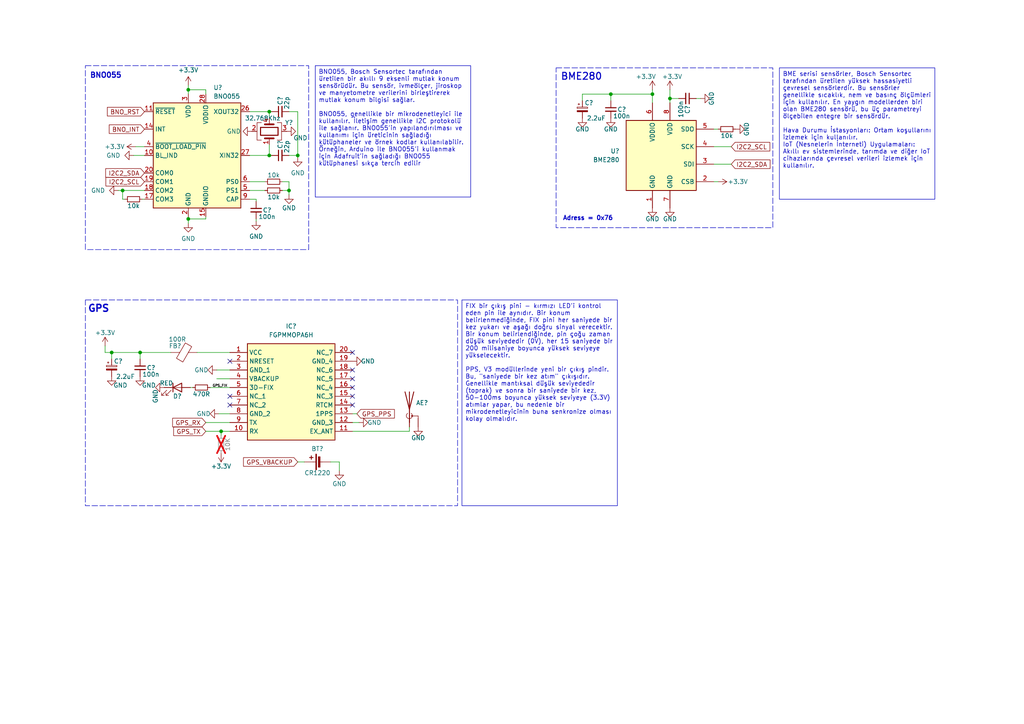
<source format=kicad_sch>
(kicad_sch (version 20230121) (generator eeschema)
  (paper "A4")
  (lib_symbols
    (symbol "Device:Antenna_Shield" (pin_numbers hide) (pin_names (offset 1.016) hide)
      (property "Reference" "AE" (at -1.905 4.445 0))
      (property "Value" "Antenna_Shield" (at -1.905 2.54 0))
      (symbol "Antenna_Shield_0_1"
        (arc (start -0.508 -1.143) (mid -0.8429 -2.1194) (end 0 -2.667))
        (arc (start 0 -2.667) (mid 0.7989 -2.1052) (end 0.508 -1.143))
        (polyline (pts (xy 0 -2.54) (xy 0 0)))
        (polyline (pts (xy 0 5.08) (xy 0 -3.81)) (stroke (width 0.254)))
        (polyline (pts (xy 0.762 -1.905) (xy 2.54 -1.905)))
        (polyline (pts (xy 2.54 -2.54) (xy 2.54 -1.905)))
        (polyline (pts (xy 1.27 5.08) (xy 0 0) (xy -1.27 5.08)) (stroke (width 0.254)))
        (circle (center 0.762 -1.905) (radius 0.1778) (fill (type outline)))
      )
      (symbol "Antenna_Shield_1_1"
        (pin input line (at 0 -5.08 90) (length 2.54) (name "A") (number "1"))
        (pin input line (at 2.54 -5.08 90) (length 2.54) (name "Shield") (number "2"))
      )
    )
    (symbol "Device:Battery_Cell" (pin_numbers hide) (pin_names (offset 0) hide)
      (property "Reference" "BT" (at 2.54 2.54 0))
      (property "Value" "Battery_Cell" (at 2.54 0 0))
      (symbol "Battery_Cell_0_1"
        (rectangle (start -2.286 1.778) (end 2.286 1.524) (fill (type outline)))
        (rectangle (start -1.524 1.016) (end 1.524 0.508) (fill (type outline)))
        (polyline (pts (xy 0 0.762) (xy 0 0)))
        (polyline (pts (xy 0 1.778) (xy 0 2.54)))
        (polyline (pts (xy 0.762 3.048) (xy 1.778 3.048)) (stroke (width 0.254)))
        (polyline (pts (xy 1.27 3.556) (xy 1.27 2.54)) (stroke (width 0.254)))
      )
      (symbol "Battery_Cell_1_1"
        (pin passive line (at 0 5.08 270) (length 2.54) (name "+") (number "1"))
        (pin passive line (at 0 -2.54 90) (length 2.54) (name "-") (number "2"))
      )
    )
    (symbol "Device:C_Polarized_Small" (pin_numbers hide) (pin_names (offset 0.254) hide)
      (property "Reference" "C" (at 0.254 1.778 0))
      (property "Value" "C_Polarized_Small" (at 0.254 -2.032 0))
      (symbol "C_Polarized_Small_0_1"
        (rectangle (start -1.524 -0.3048) (end 1.524 -0.6858) (fill (type outline)))
        (rectangle (start -1.524 0.6858) (end 1.524 0.3048))
        (polyline (pts (xy -1.27 1.524) (xy -0.762 1.524)))
        (polyline (pts (xy -1.016 1.27) (xy -1.016 1.778)))
      )
      (symbol "C_Polarized_Small_1_1"
        (pin passive line (at 0 2.54 270) (length 1.8542) (name "~") (number "1"))
        (pin passive line (at 0 -2.54 90) (length 1.8542) (name "~") (number "2"))
      )
    )
    (symbol "Device:C_Small" (pin_numbers hide) (pin_names (offset 0.254) hide)
      (property "Reference" "C" (at 0.254 1.778 0))
      (property "Value" "C_Small" (at 0.254 -2.032 0))
      (symbol "C_Small_0_1"
        (polyline (pts (xy -1.524 -0.508) (xy 1.524 -0.508)) (stroke (width 0.3302)))
        (polyline (pts (xy -1.524 0.508) (xy 1.524 0.508)) (stroke (width 0.3048)))
      )
      (symbol "C_Small_1_1"
        (pin passive line (at 0 2.54 270) (length 2.032) (name "~") (number "1"))
        (pin passive line (at 0 -2.54 90) (length 2.032) (name "~") (number "2"))
      )
    )
    (symbol "Device:Crystal_GND23" (pin_names (offset 1.016) hide)
      (property "Reference" "Y" (at 3.175 5.08 0))
      (property "Value" "Crystal_GND23" (at 3.175 3.175 0))
      (symbol "Crystal_GND23_0_1"
        (rectangle (start -1.143 2.54) (end 1.143 -2.54) (stroke (width 0.3048)))
        (polyline (pts (xy -2.54 0) (xy -2.032 0)))
        (polyline (pts (xy -2.032 -1.27) (xy -2.032 1.27)) (stroke (width 0.508)))
        (polyline (pts (xy 0 -3.81) (xy 0 -3.556)))
        (polyline (pts (xy 0 3.556) (xy 0 3.81)))
        (polyline (pts (xy 2.032 -1.27) (xy 2.032 1.27)) (stroke (width 0.508)))
        (polyline (pts (xy 2.032 0) (xy 2.54 0)))
        (polyline (pts (xy -2.54 -2.286) (xy -2.54 -3.556) (xy 2.54 -3.556) (xy 2.54 -2.286)))
        (polyline (pts (xy -2.54 2.286) (xy -2.54 3.556) (xy 2.54 3.556) (xy 2.54 2.286)))
      )
      (symbol "Crystal_GND23_1_1"
        (pin passive line (at -3.81 0 0) (length 1.27) (name "1") (number "1"))
        (pin passive line (at 0 5.08 270) (length 1.27) (name "2") (number "2"))
        (pin passive line (at 0 -5.08 90) (length 1.27) (name "3") (number "3"))
        (pin passive line (at 3.81 0 180) (length 1.27) (name "4") (number "4"))
      )
    )
    (symbol "Device:FerriteBead" (pin_numbers hide) (pin_names (offset 0))
      (property "Reference" "FB" (at -3.81 0.635 90))
      (property "Value" "FerriteBead" (at 3.81 0 90))
      (symbol "FerriteBead_0_1"
        (polyline (pts (xy 0 -1.27) (xy 0 -1.2192)))
        (polyline (pts (xy 0 1.27) (xy 0 1.2954)))
        (polyline (pts (xy -2.7686 0.4064) (xy -1.7018 2.2606) (xy 2.7686 -0.3048) (xy 1.6764 -2.159) (xy -2.7686 0.4064)))
      )
      (symbol "FerriteBead_1_1"
        (pin passive line (at 0 3.81 270) (length 2.54) (name "~") (number "1"))
        (pin passive line (at 0 -3.81 90) (length 2.54) (name "~") (number "2"))
      )
    )
    (symbol "Device:LED" (pin_numbers hide) (pin_names (offset 1.016) hide)
      (property "Reference" "D" (at 0 2.54 0))
      (property "Value" "LED" (at 0 -2.54 0))
      (symbol "LED_0_1"
        (polyline (pts (xy -1.27 -1.27) (xy -1.27 1.27)) (stroke (width 0.254)))
        (polyline (pts (xy -1.27 0) (xy 1.27 0)))
        (polyline (pts (xy 1.27 -1.27) (xy 1.27 1.27) (xy -1.27 0) (xy 1.27 -1.27)) (stroke (width 0.254)))
        (polyline (pts (xy -3.048 -0.762) (xy -4.572 -2.286) (xy -3.81 -2.286) (xy -4.572 -2.286) (xy -4.572 -1.524)))
        (polyline (pts (xy -1.778 -0.762) (xy -3.302 -2.286) (xy -2.54 -2.286) (xy -3.302 -2.286) (xy -3.302 -1.524)))
      )
      (symbol "LED_1_1"
        (pin passive line (at -3.81 0 0) (length 2.54) (name "K") (number "1"))
        (pin passive line (at 3.81 0 180) (length 2.54) (name "A") (number "2"))
      )
    )
    (symbol "Device:R_Small" (pin_numbers hide) (pin_names (offset 0.254) hide)
      (property "Reference" "R" (at 0.762 0.508 0))
      (property "Value" "R_Small" (at 0.762 -1.016 0))
      (symbol "R_Small_0_1"
        (rectangle (start -0.762 1.778) (end 0.762 -1.778) (stroke (width 0.2032)))
      )
      (symbol "R_Small_1_1"
        (pin passive line (at 0 2.54 270) (length 0.762) (name "~") (number "1"))
        (pin passive line (at 0 -2.54 90) (length 0.762) (name "~") (number "2"))
      )
    )
    (symbol "FGPMMOPA6H:FGPMMOPA6H"
      (property "Reference" "IC" (at 5.08 7.62 0))
      (property "Value" "FGPMMOPA6H" (at 5.08 5.08 0))
      (symbol "FGPMMOPA6H_1_1"
        (rectangle (start 5.08 2.54) (end 30.48 -25.4) (stroke (width 0.254)) (fill (type background)))
        (pin passive line (at 0 0 0) (length 5.08) (name "VCC") (number "1"))
        (pin passive line (at 0 -22.86 0) (length 5.08) (name "RX") (number "10"))
        (pin passive line (at 35.56 -22.86 180) (length 5.08) (name "EX_ANT") (number "11"))
        (pin passive line (at 35.56 -20.32 180) (length 5.08) (name "GND_3") (number "12"))
        (pin passive line (at 35.56 -17.78 180) (length 5.08) (name "1PPS") (number "13"))
        (pin passive line (at 35.56 -15.24 180) (length 5.08) (name "RTCM") (number "14"))
        (pin passive line (at 35.56 -12.7 180) (length 5.08) (name "NC_3") (number "15"))
        (pin passive line (at 35.56 -10.16 180) (length 5.08) (name "NC_4") (number "16"))
        (pin passive line (at 35.56 -7.62 180) (length 5.08) (name "NC_5") (number "17"))
        (pin passive line (at 35.56 -5.08 180) (length 5.08) (name "NC_6") (number "18"))
        (pin passive line (at 35.56 -2.54 180) (length 5.08) (name "GND_4") (number "19"))
        (pin passive line (at 0 -2.54 0) (length 5.08) (name "NRESET") (number "2"))
        (pin passive line (at 35.56 0 180) (length 5.08) (name "NC_7") (number "20"))
        (pin passive line (at 0 -5.08 0) (length 5.08) (name "GND_1") (number "3"))
        (pin passive line (at 0 -7.62 0) (length 5.08) (name "VBACKUP") (number "4"))
        (pin passive line (at 0 -10.16 0) (length 5.08) (name "3D-FIX") (number "5"))
        (pin passive line (at 0 -12.7 0) (length 5.08) (name "NC_1") (number "6"))
        (pin passive line (at 0 -15.24 0) (length 5.08) (name "NC_2") (number "7"))
        (pin passive line (at 0 -17.78 0) (length 5.08) (name "GND_2") (number "8"))
        (pin passive line (at 0 -20.32 0) (length 5.08) (name "TX") (number "9"))
      )
    )
    (symbol "Sensor:BME280"
      (property "Reference" "U" (at -8.89 11.43 0))
      (property "Value" "BME280" (at 7.62 11.43 0))
      (symbol "BME280_0_1"
        (rectangle (start -10.16 10.16) (end 10.16 -10.16) (stroke (width 0.254)) (fill (type background)))
      )
      (symbol "BME280_1_1"
        (pin power_in line (at -2.54 -15.24 90) (length 5.08) (name "GND") (number "1"))
        (pin input line (at 15.24 -7.62 180) (length 5.08) (name "CSB") (number "2"))
        (pin bidirectional line (at 15.24 -2.54 180) (length 5.08) (name "SDI") (number "3"))
        (pin input line (at 15.24 2.54 180) (length 5.08) (name "SCK") (number "4"))
        (pin bidirectional line (at 15.24 7.62 180) (length 5.08) (name "SDO") (number "5"))
        (pin power_in line (at -2.54 15.24 270) (length 5.08) (name "VDDIO") (number "6"))
        (pin power_in line (at 2.54 -15.24 90) (length 5.08) (name "GND") (number "7"))
        (pin power_in line (at 2.54 15.24 270) (length 5.08) (name "VDD") (number "8"))
      )
    )
    (symbol "Sensor_Motion:BNO055"
      (property "Reference" "U" (at -11.43 16.51 0))
      (property "Value" "BNO055" (at 12.7 16.51 0))
      (symbol "BNO055_0_1"
        (rectangle (start -12.7 15.24) (end 12.7 -15.24) (stroke (width 0.254)) (fill (type background)))
      )
      (symbol "BNO055_1_1"
        (pin no_connect line (at -12.7 10.16 0) (length 2.54) hide (name "PIN1") (number "1"))
        (pin output line (at -15.24 0 0) (length 2.54) (name "BL_IND") (number "10"))
        (pin input line (at -15.24 12.7 0) (length 2.54) (name "~{RESET}") (number "11"))
        (pin no_connect line (at 12.7 10.16 180) (length 2.54) hide (name "PIN12") (number "12"))
        (pin no_connect line (at 12.7 7.62 180) (length 2.54) hide (name "PIN13") (number "13"))
        (pin output line (at -15.24 7.62 0) (length 2.54) (name "INT") (number "14"))
        (pin power_in line (at 2.54 -17.78 90) (length 2.54) (name "GNDIO") (number "15"))
        (pin passive line (at 2.54 -17.78 90) (length 2.54) hide (name "GNDIO") (number "16"))
        (pin input line (at -15.24 -12.7 0) (length 2.54) (name "COM3") (number "17"))
        (pin passive line (at -15.24 -10.16 0) (length 2.54) (name "COM2") (number "18"))
        (pin bidirectional line (at -15.24 -7.62 0) (length 2.54) (name "COM1") (number "19"))
        (pin power_in line (at -2.54 -17.78 90) (length 2.54) (name "GND") (number "2"))
        (pin bidirectional line (at -15.24 -5.08 0) (length 2.54) (name "COM0") (number "20"))
        (pin no_connect line (at 12.7 5.08 180) (length 2.54) hide (name "PIN21") (number "21"))
        (pin no_connect line (at 12.7 2.54 180) (length 2.54) hide (name "PIN22") (number "22"))
        (pin no_connect line (at 12.7 -2.54 180) (length 2.54) hide (name "PIN23") (number "23"))
        (pin no_connect line (at 12.7 -5.08 180) (length 2.54) hide (name "PIN24") (number "24"))
        (pin passive line (at 2.54 -17.78 90) (length 2.54) hide (name "GNDIO") (number "25"))
        (pin output line (at 15.24 12.7 180) (length 2.54) (name "XOUT32") (number "26"))
        (pin input line (at 15.24 0 180) (length 2.54) (name "XIN32") (number "27"))
        (pin power_in line (at 2.54 17.78 270) (length 2.54) (name "VDDIO") (number "28"))
        (pin power_in line (at -2.54 17.78 270) (length 2.54) (name "VDD") (number "3"))
        (pin input line (at -15.24 2.54 0) (length 2.54) (name "~{BOOT_LOAD_PIN}") (number "4"))
        (pin input line (at 15.24 -10.16 180) (length 2.54) (name "PS1") (number "5"))
        (pin input line (at 15.24 -7.62 180) (length 2.54) (name "PS0") (number "6"))
        (pin no_connect line (at -12.7 5.08 0) (length 2.54) hide (name "PIN7") (number "7"))
        (pin no_connect line (at -12.7 -2.54 0) (length 2.54) hide (name "PIN8") (number "8"))
        (pin passive line (at 15.24 -12.7 180) (length 2.54) (name "CAP") (number "9"))
      )
    )
    (symbol "power:+3.3V" (power) (pin_names (offset 0))
      (property "Value" "+3.3V" (at 0 3.556 0))
      (symbol "+3.3V_0_1"
        (polyline (pts (xy -0.762 1.27) (xy 0 2.54)))
        (polyline (pts (xy 0 0) (xy 0 2.54)))
        (polyline (pts (xy 0 2.54) (xy 0.762 1.27)))
      )
      (symbol "+3.3V_1_1"
        (pin power_in line (at 0 0 90) (length 0) hide (name "+3.3V") (number "1"))
      )
    )
    (symbol "power:GND" (power) (pin_names (offset 0))
      (property "Value" "GND" (at 0 -3.81 0))
      (symbol "GND_0_1"
        (polyline (pts (xy 0 0) (xy 0 -1.27) (xy 1.27 -1.27) (xy 0 -2.54) (xy -1.27 -1.27) (xy 0 -1.27)))
      )
      (symbol "GND_1_1"
        (pin power_in line (at 0 0 270) (length 0) hide (name "GND") (number "1"))
      )
    )
  )
  (junction (at 78.105 32.385))
  (junction (at 32.385 102.235))
  (junction (at 64.135 125.095))
  (junction (at 54.61 26.035))
  (junction (at 86.36 45.085))
  (junction (at 194.31 28.575))
  (junction (at 54.61 63.5))
  (junction (at 189.23 27.305))
  (junction (at 78.105 45.085))
  (junction (at 83.82 55.245))
  (junction (at 35.56 55.245))
  (junction (at 40.64 102.235))
  (junction (at 177.165 27.305))
  (no_connect (at 102.235 117.475))
  (no_connect (at 66.675 104.775))
  (no_connect (at 102.235 109.855))
  (no_connect (at 102.235 102.235))
  (no_connect (at 66.675 117.475))
  (no_connect (at 102.235 114.935))
  (no_connect (at 102.235 112.395))
  (no_connect (at 102.235 107.315))
  (no_connect (at 66.675 114.935))
  (wire (pts (xy 30.48 102.235) (xy 32.385 102.235)))
  (wire (pts (xy 72.39 55.245) (xy 76.835 55.245)))
  (wire (pts (xy 86.36 45.085) (xy 86.36 45.72)))
  (wire (pts (xy 59.69 63.5) (xy 54.61 63.5)))
  (wire (pts (xy 72.39 32.385) (xy 78.105 32.385)))
  (wire (pts (xy 59.69 125.095) (xy 64.135 125.095)))
  (wire (pts (xy 72.39 45.085) (xy 78.105 45.085)))
  (wire (pts (xy 40.64 104.14) (xy 40.64 102.235)))
  (wire (pts (xy 62.865 107.315) (xy 66.675 107.315)))
  (wire (pts (xy 118.745 125.095) (xy 102.235 125.095)))
  (wire (pts (xy 194.31 26.035) (xy 194.31 28.575)))
  (wire (pts (xy 35.56 57.785) (xy 35.56 55.245)))
  (wire (pts (xy 177.165 27.305) (xy 189.23 27.305)))
  (wire (pts (xy 39.37 42.545) (xy 41.91 42.545)))
  (wire (pts (xy 207.01 52.705) (xy 208.28 52.705)))
  (wire (pts (xy 189.23 26.035) (xy 189.23 27.305)))
  (wire (pts (xy 103.505 120.015) (xy 102.235 120.015)))
  (wire (pts (xy 54.61 63.5) (xy 54.61 64.77)))
  (wire (pts (xy 59.69 27.305) (xy 59.69 26.035)))
  (wire (pts (xy 104.14 122.555) (xy 102.235 122.555)))
  (wire (pts (xy 98.425 133.985) (xy 98.425 136.525)))
  (wire (pts (xy 78.105 32.385) (xy 78.74 32.385)))
  (wire (pts (xy 59.69 122.555) (xy 66.675 122.555)))
  (wire (pts (xy 118.745 123.825) (xy 118.745 125.095)))
  (wire (pts (xy 74.295 57.785) (xy 74.295 58.42)))
  (wire (pts (xy 83.82 32.385) (xy 86.36 32.385)))
  (wire (pts (xy 32.385 102.235) (xy 32.385 104.14)))
  (wire (pts (xy 72.39 57.785) (xy 74.295 57.785)))
  (wire (pts (xy 78.105 45.085) (xy 78.74 45.085)))
  (wire (pts (xy 34.29 55.245) (xy 35.56 55.245)))
  (wire (pts (xy 38.735 45.085) (xy 41.91 45.085)))
  (wire (pts (xy 86.36 32.385) (xy 86.36 45.085)))
  (wire (pts (xy 62.865 109.855) (xy 66.675 109.855)))
  (wire (pts (xy 57.15 102.235) (xy 66.675 102.235)))
  (wire (pts (xy 30.48 100.33) (xy 30.48 102.235)))
  (wire (pts (xy 81.915 52.705) (xy 83.82 52.705)))
  (wire (pts (xy 168.91 27.305) (xy 177.165 27.305)))
  (wire (pts (xy 95.885 133.985) (xy 98.425 133.985)))
  (wire (pts (xy 32.385 102.235) (xy 40.64 102.235)))
  (wire (pts (xy 201.93 28.575) (xy 203.2 28.575)))
  (wire (pts (xy 54.61 26.035) (xy 54.61 27.305)))
  (wire (pts (xy 59.69 26.035) (xy 54.61 26.035)))
  (wire (pts (xy 177.165 27.305) (xy 177.165 29.21)))
  (wire (pts (xy 212.09 42.545) (xy 207.01 42.545)))
  (wire (pts (xy 41.275 57.785) (xy 41.91 57.785)))
  (wire (pts (xy 86.36 133.985) (xy 88.265 133.985)))
  (wire (pts (xy 81.915 55.245) (xy 83.82 55.245)))
  (wire (pts (xy 59.69 62.865) (xy 59.69 63.5)))
  (wire (pts (xy 60.96 112.395) (xy 66.675 112.395)))
  (wire (pts (xy 78.105 41.91) (xy 78.105 45.085)))
  (wire (pts (xy 74.295 64.135) (xy 74.295 63.5)))
  (wire (pts (xy 83.82 52.705) (xy 83.82 55.245)))
  (wire (pts (xy 189.23 27.305) (xy 189.23 29.845)))
  (wire (pts (xy 54.61 62.865) (xy 54.61 63.5)))
  (wire (pts (xy 35.56 55.245) (xy 41.91 55.245)))
  (wire (pts (xy 64.135 125.095) (xy 64.135 126.365)))
  (wire (pts (xy 64.135 125.095) (xy 66.675 125.095)))
  (wire (pts (xy 55.245 112.395) (xy 55.88 112.395)))
  (wire (pts (xy 86.36 45.085) (xy 83.82 45.085)))
  (wire (pts (xy 194.31 28.575) (xy 196.85 28.575)))
  (wire (pts (xy 36.195 57.785) (xy 35.56 57.785)))
  (wire (pts (xy 78.105 32.385) (xy 78.105 34.29)))
  (wire (pts (xy 194.31 28.575) (xy 194.31 29.845)))
  (wire (pts (xy 72.39 52.705) (xy 76.835 52.705)))
  (wire (pts (xy 207.01 37.465) (xy 208.28 37.465)))
  (wire (pts (xy 63.5 120.015) (xy 66.675 120.015)))
  (wire (pts (xy 212.09 47.625) (xy 207.01 47.625)))
  (wire (pts (xy 168.91 27.305) (xy 168.91 29.21)))
  (wire (pts (xy 83.82 55.245) (xy 83.82 56.515)))
  (wire (pts (xy 54.61 24.765) (xy 54.61 26.035)))
  (wire (pts (xy 40.64 102.235) (xy 49.53 102.235)))
  (rectangle (start 24.765 86.995) (end 132.715 146.685) (stroke (width 0) (type dash)))
  (rectangle (start 161.29 19.685) (end 224.155 66.04) (stroke (width 0) (type dash)))
  (rectangle (start 24.765 19.05) (end 89.535 72.39) (stroke (width 0) (type dash)))
  (text_box "FIX bir çıkış pini - kırmızı LED'i kontrol eden pin ile aynıdır. Bir konum belirlenmediğinde, FIX pini her saniyede bir kez yukarı ve aşağı doğru sinyal verecektir. Bir konum belirlendiğinde, pin çoğu zaman düşük seviyededir (0V), her 15 saniyede bir 200 milisaniye boyunca yüksek seviyeye yükselecektir.\n\nPPS, V3 modüllerinde yeni bir çıkış pindir. Bu, \"saniyede bir kez atım\" çıkışıdır. Genellikle mantıksal düşük seviyededir (toprak) ve sonra bir saniyede bir kez, 50-100ms boyunca yüksek seviyeye (3.3V) atımlar yapar, bu nedenle bir mikrodenetleyicinin buna senkronize olması kolay olmalıdır." (at 133.985 86.995 0) (size 45.085 59.69) (effects (font (size 1.27 1.27)) (justify left top)))
  (text_box "BME serisi sensörler, Bosch Sensortec tarafından üretilen yüksek hassasiyetli çevresel sensörlerdir. Bu sensörler genellikle sıcaklık, nem ve basınç ölçümleri için kullanılır. En yaygın modellerden biri olan BME280 sensörü, bu üç parametreyi ölçebilen entegre bir sensördür.\n\nHava Durumu İstasyonları: Ortam koşullarını izlemek için kullanılır.\nIoT (Nesnelerin İnterneti) Uygulamaları: Akıllı ev sistemlerinde, tarımda ve diğer IoT cihazlarında çevresel verileri izlemek için kullanılır." (at 226.06 19.685 0) (size 45.085 38.1) (effects (font (size 1.27 1.27)) (justify left top)))
  (text_box "BNO055, Bosch Sensortec tarafından üretilen bir akıllı 9 eksenli mutlak konum sensörüdür. Bu sensör, ivmeölçer, jiroskop ve manyetometre verilerini birleştirerek mutlak konum bilgisi sağlar.\n\nBNO055, genellikle bir mikrodenetleyici ile kullanılır. İletişim genellikle I2C protokolü ile sağlanır. BNO055'in yapılandırılması ve kullanımı için üreticinin sağladığı kütüphaneler ve örnek kodlar kullanılabilir. Örneğin, Arduino ile BNO055'i kullanmak için Adafruit'in sağladığı BNO055 kütüphanesi sıkça tercih edilir" (at 91.44 19.05 0) (size 45.085 38.1) (effects (font (size 1.27 1.27)) (justify left top)))
  (text "BME280" (at 162.56 23.495 0) (effects (font (size 2 2) (thickness 0.3) bold) (justify left bottom)))
  (text "GPS" (at 25.4 90.805 0) (effects (font (size 2 2) (thickness 0.4) bold) (justify left bottom)))
  (text "Adress = 0x76" (at 163.195 64.135 0) (effects (font (size 1.27 1.27) (thickness 0.254) bold) (justify left bottom)))
  (text "BNO055" (at 26.035 22.86 0) (effects (font (size 1.5 1.5) (thickness 0.3) bold) (justify left bottom)))
  (label "GPS_FIX" (at 61.595 112.395 0) (effects (font (size 0.7 0.7))))
  (global_label "BNO_INT" (shape input) (at 41.91 37.465 180) (property "Intersheetrefs" "${INTERSHEET_REFS}" (effects hide)))
  (global_label "GPS_PPS" (shape input) (at 103.505 120.015 0) (property "Intersheetrefs" "${INTERSHEET_REFS}" (effects hide)))
  (global_label "I2C2_SDA" (shape input) (at 41.91 50.165 180) (property "Intersheetrefs" "${INTERSHEET_REFS}" (effects hide)))
  (global_label "GPS_VBACKUP" (shape input) (at 86.36 133.985 180) (property "Intersheetrefs" "${INTERSHEET_REFS}" (effects hide)))
  (global_label "I2C2_SCL" (shape input) (at 212.09 42.545 0) (property "Intersheetrefs" "${INTERSHEET_REFS}" (effects hide)))
  (global_label "GPS_TX" (shape input) (at 59.69 125.095 180) (property "Intersheetrefs" "${INTERSHEET_REFS}" (effects hide)))
  (global_label "I2C2_SCL" (shape input) (at 41.91 52.705 180) (property "Intersheetrefs" "${INTERSHEET_REFS}" (effects hide)))
  (global_label "BNO_RST" (shape input) (at 41.91 32.385 180) (property "Intersheetrefs" "${INTERSHEET_REFS}" (effects hide)))
  (global_label "I2C2_SDA" (shape input) (at 212.09 47.625 0) (property "Intersheetrefs" "${INTERSHEET_REFS}" (effects hide)))
  (global_label "GPS_RX" (shape input) (at 59.69 122.555 180) (property "Intersheetrefs" "${INTERSHEET_REFS}" (effects hide)))
  (symbol (lib_id "power:GND") (at 83.82 56.515 0) (unit 1)
    (property "Reference" "#PWR?" (effects hide))
    (property "Value" "GND" (at 83.82 60.325 0))
    (instances (project "Adberilgen_Ana_Sistem" (path "" (reference "#PWR?") (unit 1))) (project "hecatlon_raid_eye" (path "" (reference "#PWR062") (unit 1)) (path "" (reference "#PWR053") (unit 1))) (project "Flight_Control_Card" (path "" (reference "#PWR?") (unit 1))) (project "Adberilgen_Ana_Sistem_V2" (path "" (reference "#PWR?") (unit 1))) (project "Flight_Control_Card_V2" (path "" (reference "#PWR?") (unit 1))))
  )
  (symbol (lib_id "power:GND") (at 63.5 120.015 270) (unit 1)
    (property "Reference" "#PWR?" (effects hide))
    (property "Value" "GND" (at 59.055 120.015 90))
    (instances (project "Adberilgen_Ana_Sistem" (path "" (reference "#PWR?") (unit 1))) (project "Ana_UKB_Adberilgen_Team" (path "" (reference "#PWR?") (unit 1))) (project "My_Library_Shematich" (path "" (reference "#PWR?") (unit 1))) (project "hecatlon_raid_eye" (path "" (reference "#PWR085") (unit 1)) (path "" (reference "#PWR066") (unit 1))) (project "Flight_Control_Card" (path "" (reference "#PWR?") (unit 1))) (project "Adberilgen_Ana_Sistem_V2" (path "" (reference "#PWR?") (unit 1))) (project "Flight_Control_Card_V2" (path "" (reference "#PWR?") (unit 1))))
  )
  (symbol (lib_id "Device:R_Small") (at 79.375 52.705 270) (unit 1)
    (property "Reference" "R?" (effects hide))
    (property "Value" "10k" (at 79.375 50.8 90))
    (property "Footprint" "Resistor_SMD:R_0603_1608Metric" (effects hide))
    (instances (project "Adberilgen_Ana_Sistem" (path "" (reference "R?") (unit 1))) (project "hecatlon_raid_eye" (path "" (reference "R25") (unit 1)) (path "" (reference "R19") (unit 1))) (project "Flight_Control_Card" (path "" (reference "R?") (unit 1))) (project "Adberilgen_Ana_Sistem_V2" (path "" (reference "R?") (unit 1))) (project "Flight_Control_Card_V2" (path "" (reference "R?") (unit 1))))
  )
  (symbol (lib_id "Device:Battery_Cell") (at 93.345 133.985 90) (unit 1)
    (property "Reference" "BT?" (at 92.075 130.175 90))
    (property "Value" "CR1220" (at 92.075 137.16 90))
    (property "Footprint" "Battery:BatteryHolder_Keystone_3000_1x12mm" (effects hide))
    (instances (project "Ana_UKB_Adberilgen_Team" (path "" (reference "BT?") (unit 1))) (project "hecatlon_raid_eye" (path "" (reference "BT1") (unit 1)) (path "" (reference "BT1") (unit 1))))
  )
  (symbol (lib_id "power:GND") (at 121.285 123.825 0) (unit 1)
    (property "Reference" "#PWR?" (effects hide))
    (property "Value" "GND" (at 121.285 127 0))
    (instances (project "Adberilgen_Ana_Sistem" (path "" (reference "#PWR?") (unit 1))) (project "Ana_UKB_Adberilgen_Team" (path "" (reference "#PWR?") (unit 1))) (project "My_Library_Shematich" (path "" (reference "#PWR?") (unit 1))) (project "hecatlon_raid_eye" (path "" (reference "#PWR087") (unit 1)) (path "" (reference "#PWR068") (unit 1))) (project "Flight_Control_Card" (path "" (reference "#PWR?") (unit 1))) (project "Adberilgen_Ana_Sistem_V2" (path "" (reference "#PWR?") (unit 1))) (project "Flight_Control_Card_V2" (path "" (reference "#PWR?") (unit 1))))
  )
  (symbol (lib_id "power:GND") (at 73.025 38.1 270) (unit 1)
    (property "Reference" "#PWR?" (effects hide))
    (property "Value" "GND" (at 69.85 38.1 90) (effects (justify right)))
    (instances (project "Adberilgen_Ana_Sistem" (path "" (reference "#PWR?") (unit 1))) (project "hecatlon_raid_eye" (path "" (reference "#PWR044") (unit 1)) (path "" (reference "#PWR042") (unit 1))) (project "Flight_Control_Card" (path "" (reference "#PWR?") (unit 1))) (project "Adberilgen_Ana_Sistem_V2" (path "" (reference "#PWR?") (unit 1))) (project "Flight_Control_Card_V2" (path "" (reference "#PWR?") (unit 1))))
  )
  (symbol (lib_id "Device:LED") (at 51.435 112.395 0) (unit 1)
    (property "Reference" "D?" (at 51.435 114.935 0))
    (property "Value" "RED" (at 48.26 111.125 0))
    (property "Footprint" "LED_SMD:LED_0805_2012Metric" (effects hide))
    (instances (project "Adberilgen_Ana_Sistem" (path "" (reference "D?") (unit 1))) (project "Ana_UKB_Adberilgen_Team" (path "" (reference "D?") (unit 1))) (project "hecatlon_raid_eye" (path "" (reference "D8") (unit 1)) (path "" (reference "D1") (unit 1))) (project "Adberilgen_Ana_Sistem_V2" (path "" (reference "D?") (unit 1))))
  )
  (symbol (lib_id "power:GND") (at 102.235 104.775 90) (unit 1)
    (property "Reference" "#PWR?" (effects hide))
    (property "Value" "GND" (at 106.68 104.775 90))
    (instances (project "Adberilgen_Ana_Sistem" (path "" (reference "#PWR?") (unit 1))) (project "Ana_UKB_Adberilgen_Team" (path "" (reference "#PWR?") (unit 1))) (project "My_Library_Shematich" (path "" (reference "#PWR?") (unit 1))) (project "hecatlon_raid_eye" (path "" (reference "#PWR079") (unit 1)) (path "" (reference "#PWR061") (unit 1))) (project "Flight_Control_Card" (path "" (reference "#PWR?") (unit 1))) (project "Adberilgen_Ana_Sistem_V2" (path "" (reference "#PWR?") (unit 1))) (project "Flight_Control_Card_V2" (path "" (reference "#PWR?") (unit 1))))
  )
  (symbol (lib_id "power:+3.3V") (at 54.61 24.765 0) (unit 1)
    (property "Reference" "#PWR?" (effects hide))
    (property "Value" "+3.3V" (at 54.61 20.32 0))
    (instances (project "Adberilgen_Ana_Sistem" (path "" (reference "#PWR?") (unit 1))) (project "hecatlon_raid_eye" (path "" (reference "#PWR031") (unit 1)) (path "" (reference "#PWR031") (unit 1))) (project "Flight_Control_Card" (path "" (reference "#PWR?") (unit 1))) (project "Adberilgen_Ana_Sistem_V2" (path "" (reference "#PWR?") (unit 1))) (project "Flight_Control_Card_V2" (path "" (reference "#PWR?") (unit 1))))
  )
  (symbol (lib_id "Device:R_Small") (at 79.375 55.245 270) (unit 1)
    (property "Reference" "R?" (effects hide))
    (property "Value" "10k" (at 79.375 57.15 90))
    (property "Footprint" "Resistor_SMD:R_0603_1608Metric" (effects hide))
    (instances (project "Adberilgen_Ana_Sistem" (path "" (reference "R?") (unit 1))) (project "hecatlon_raid_eye" (path "" (reference "R27") (unit 1)) (path "" (reference "R21") (unit 1))) (project "Flight_Control_Card" (path "" (reference "R?") (unit 1))) (project "Adberilgen_Ana_Sistem_V2" (path "" (reference "R?") (unit 1))) (project "Flight_Control_Card_V2" (path "" (reference "R?") (unit 1))))
  )
  (symbol (lib_id "Device:FerriteBead") (at 53.34 102.235 270) (unit 1)
    (property "Reference" "FB?" (at 50.8 100.33 90))
    (property "Value" "100R" (at 51.435 98.425 90))
    (property "Footprint" "Resistor_SMD:R_0603_1608Metric" (effects hide))
    (instances (project "Ana_UKB_Adberilgen_Team" (path "" (reference "FB?") (unit 1))) (project "hecatlon_raid_eye" (path "" (reference "FB2") (unit 1)) (path "" (reference "FB2") (unit 1))))
  )
  (symbol (lib_id "power:GND") (at 62.865 107.315 270) (unit 1)
    (property "Reference" "#PWR?" (effects hide))
    (property "Value" "GND" (at 58.42 107.315 90))
    (instances (project "Adberilgen_Ana_Sistem" (path "" (reference "#PWR?") (unit 1))) (project "Ana_UKB_Adberilgen_Team" (path "" (reference "#PWR?") (unit 1))) (project "My_Library_Shematich" (path "" (reference "#PWR?") (unit 1))) (project "hecatlon_raid_eye" (path "" (reference "#PWR080") (unit 1)) (path "" (reference "#PWR062") (unit 1))) (project "Flight_Control_Card" (path "" (reference "#PWR?") (unit 1))) (project "Adberilgen_Ana_Sistem_V2" (path "" (reference "#PWR?") (unit 1))) (project "Flight_Control_Card_V2" (path "" (reference "#PWR?") (unit 1))))
  )
  (symbol (lib_id "Device:C_Small") (at 74.295 60.96 0) (unit 1)
    (property "Reference" "C?" (at 76.2 60.96 0) (effects (justify left)))
    (property "Value" "100n" (at 74.93 62.865 0) (effects (justify left)))
    (property "Footprint" "Capacitor_SMD:C_0603_1608Metric" (effects hide))
    (instances (project "Adberilgen_Ana_Sistem" (path "" (reference "C?") (unit 1))) (project "hecatlon_raid_eye" (path "" (reference "C27") (unit 1)) (path "" (reference "C23") (unit 1))) (project "Flight_Control_Card" (path "" (reference "C?") (unit 1))) (project "Adberilgen_Ana_Sistem_V2" (path "" (reference "C?") (unit 1))) (project "Flight_Control_Card_V2" (path "" (reference "C?") (unit 1))))
  )
  (symbol (lib_id "power:GND") (at 40.64 109.22 0) (unit 1)
    (property "Reference" "#PWR?" (effects hide))
    (property "Value" "GND" (at 43.18 111.76 0))
    (instances (project "Adberilgen_Ana_Sistem" (path "" (reference "#PWR?") (unit 1))) (project "Ana_UKB_Adberilgen_Team" (path "" (reference "#PWR?") (unit 1))) (project "My_Library_Shematich" (path "" (reference "#PWR?") (unit 1))) (project "hecatlon_raid_eye" (path "" (reference "#PWR082") (unit 1)) (path "" (reference "#PWR064") (unit 1))) (project "Flight_Control_Card" (path "" (reference "#PWR?") (unit 1))) (project "Adberilgen_Ana_Sistem_V2" (path "" (reference "#PWR?") (unit 1))) (project "Flight_Control_Card_V2" (path "" (reference "#PWR?") (unit 1))))
  )
  (symbol (lib_id "power:+3.3V") (at 208.28 52.705 270) (unit 1)
    (property "Reference" "#PWR?" (effects hide))
    (property "Value" "+3.3V" (at 213.995 52.705 90))
    (instances (project "Adberilgen_Ana_Sistem" (path "" (reference "#PWR?") (unit 1))) (project "Ana_UKB_Adberilgen_Team" (path "" (reference "#PWR?") (unit 1))) (project "My_Library_Shematich" (path "" (reference "#PWR?") (unit 1))) (project "hecatlon_raid_eye" (path "" (reference "#PWR057") (unit 1)) (path "" (reference "#PWR049") (unit 1))) (project "Flight_Control_Card" (path "" (reference "#PWR?") (unit 1))) (project "Adberilgen_Ana_Sistem_V2" (path "" (reference "#PWR?") (unit 1))) (project "Flight_Control_Card_V2" (path "" (reference "#PWR?") (unit 1))))
  )
  (symbol (lib_id "Device:C_Small") (at 81.28 32.385 90) (unit 1)
    (property "Reference" "C?" (at 81.28 30.48 0) (effects (justify left)))
    (property "Value" "22p" (at 83.185 31.75 0) (effects (justify left)))
    (property "Footprint" "Capacitor_SMD:C_0603_1608Metric" (effects hide))
    (instances (project "Adberilgen_Ana_Sistem" (path "" (reference "C?") (unit 1))) (project "hecatlon_raid_eye" (path "" (reference "C19") (unit 1)) (path "" (reference "C19") (unit 1))) (project "Flight_Control_Card" (path "" (reference "C?") (unit 1))) (project "Adberilgen_Ana_Sistem_V2" (path "" (reference "C?") (unit 1))) (project "Flight_Control_Card_V2" (path "" (reference "C?") (unit 1))))
  )
  (symbol (lib_id "power:GND") (at 213.36 37.465 90) (unit 1)
    (property "Reference" "#PWR?" (effects hide))
    (property "Value" "GND" (at 216.535 37.465 0))
    (instances (project "Adberilgen_Ana_Sistem" (path "" (reference "#PWR?") (unit 1))) (project "Ana_UKB_Adberilgen_Team" (path "" (reference "#PWR?") (unit 1))) (project "hecatlon_raid_eye" (path "" (reference "#PWR042") (unit 1)) (path "" (reference "#PWR039") (unit 1))) (project "Flight_Control_Card" (path "" (reference "#PWR?") (unit 1))) (project "Adberilgen_Ana_Sistem_V2" (path "" (reference "#PWR?") (unit 1))) (project "Flight_Control_Card_V2" (path "" (reference "#PWR?") (unit 1))))
  )
  (symbol (lib_id "power:GND") (at 168.91 34.29 0) (unit 1)
    (property "Reference" "#PWR?" (effects hide))
    (property "Value" "GND" (at 168.91 37.465 0))
    (instances (project "Adberilgen_Ana_Sistem" (path "" (reference "#PWR?") (unit 1))) (project "Ana_UKB_Adberilgen_Team" (path "" (reference "#PWR?") (unit 1))) (project "hecatlon_raid_eye" (path "" (reference "#PWR038") (unit 1)) (path "" (reference "#PWR037") (unit 1))) (project "Flight_Control_Card" (path "" (reference "#PWR?") (unit 1))) (project "Adberilgen_Ana_Sistem_V2" (path "" (reference "#PWR?") (unit 1))) (project "Flight_Control_Card_V2" (path "" (reference "#PWR?") (unit 1))))
  )
  (symbol (lib_id "Sensor_Motion:BNO055") (at 57.15 45.085 0) (unit 1)
    (property "Reference" "U?" (at 61.8841 25.4 0) (effects (justify left)))
    (property "Value" "BNO055" (at 61.8841 27.94 0) (effects (justify left)))
    (property "Footprint" "Package_LGA:LGA-28_5.2x3.8mm_P0.5mm" (effects hide))
    (property "Datasheet" "https://www.bosch-sensortec.com/media/boschsensortec/downloads/datasheets/bst-bno055-ds000.pdf" (effects hide))
    (instances (project "Adberilgen_Ana_Sistem" (path "" (reference "U?") (unit 1))) (project "hecatlon_raid_eye" (path "" (reference "U4") (unit 1)) (path "" (reference "U3") (unit 1))) (project "Adberilgen_Ana_Sistem_V2" (path "" (reference "U?") (unit 1))))
  )
  (symbol (lib_id "power:GND") (at 104.14 122.555 90) (unit 1)
    (property "Reference" "#PWR?" (effects hide))
    (property "Value" "GND" (at 108.585 122.555 90))
    (instances (project "Adberilgen_Ana_Sistem" (path "" (reference "#PWR?") (unit 1))) (project "Ana_UKB_Adberilgen_Team" (path "" (reference "#PWR?") (unit 1))) (project "My_Library_Shematich" (path "" (reference "#PWR?") (unit 1))) (project "hecatlon_raid_eye" (path "" (reference "#PWR086") (unit 1)) (path "" (reference "#PWR067") (unit 1))) (project "Flight_Control_Card" (path "" (reference "#PWR?") (unit 1))) (project "Adberilgen_Ana_Sistem_V2" (path "" (reference "#PWR?") (unit 1))) (project "Flight_Control_Card_V2" (path "" (reference "#PWR?") (unit 1))))
  )
  (symbol (lib_id "power:GND") (at 86.36 45.72 0) (unit 1)
    (property "Reference" "#PWR?" (effects hide))
    (property "Value" "GND" (at 86.36 50.165 0))
    (instances (project "Adberilgen_Ana_Sistem" (path "" (reference "#PWR?") (unit 1))) (project "hecatlon_raid_eye" (path "" (reference "#PWR050") (unit 1)) (path "" (reference "#PWR047") (unit 1))) (project "Flight_Control_Card" (path "" (reference "#PWR?") (unit 1))) (project "Adberilgen_Ana_Sistem_V2" (path "" (reference "#PWR?") (unit 1))) (project "Flight_Control_Card_V2" (path "" (reference "#PWR?") (unit 1))))
  )
  (symbol (lib_id "Device:R_Small") (at 38.735 57.785 270) (unit 1)
    (property "Reference" "R?" (effects hide))
    (property "Value" "10k" (at 38.735 59.69 90))
    (property "Footprint" "Resistor_SMD:R_0603_1608Metric" (effects hide))
    (instances (project "Adberilgen_Ana_Sistem" (path "" (reference "R?") (unit 1))) (project "hecatlon_raid_eye" (path "" (reference "R28") (unit 1)) (path "" (reference "R22") (unit 1))) (project "Flight_Control_Card" (path "" (reference "R?") (unit 1))) (project "Adberilgen_Ana_Sistem_V2" (path "" (reference "R?") (unit 1))) (project "Flight_Control_Card_V2" (path "" (reference "R?") (unit 1))))
  )
  (symbol (lib_id "Device:C_Small") (at 177.165 31.75 0) (unit 1)
    (property "Reference" "C?" (at 179.07 31.75 0) (effects (justify left)))
    (property "Value" "100n" (at 177.8 33.655 0) (effects (justify left)))
    (property "Footprint" "Capacitor_SMD:C_0603_1608Metric" (effects hide))
    (property "Link" "https://ozdisan.com/pasif-komponentler/kapasitorler/smt-smd-ve-mlcc-kapasitorler/CL10B104KB8NNNC/9739" (effects hide))
    (instances (project "Adberilgen_Ana_Sistem" (path "" (reference "C?") (unit 1))) (project "Ana_UKB_Adberilgen_Team" (path "" (reference "C?") (unit 1))) (project "My_Library_Shematich" (path "" (reference "C?") (unit 1))) (project "hecatlon_raid_eye" (path "" (reference "C18") (unit 1)) (path "" (reference "C18") (unit 1))) (project "Flight_Control_Card" (path "" (reference "C?") (unit 1))) (project "Adberilgen_Ana_Sistem_V2" (path "" (reference "C?") (unit 1))) (project "Flight_Control_Card_V2" (path "" (reference "C?") (unit 1))))
  )
  (symbol (lib_id "power:GND") (at 194.31 60.325 0) (unit 1)
    (property "Reference" "#PWR?" (effects hide))
    (property "Value" "GND" (at 194.31 63.5 0))
    (instances (project "Adberilgen_Ana_Sistem" (path "" (reference "#PWR?") (unit 1))) (project "Ana_UKB_Adberilgen_Team" (path "" (reference "#PWR?") (unit 1))) (project "hecatlon_raid_eye" (path "" (reference "#PWR066") (unit 1)) (path "" (reference "#PWR056") (unit 1))) (project "Flight_Control_Card" (path "" (reference "#PWR?") (unit 1))) (project "Adberilgen_Ana_Sistem_V2" (path "" (reference "#PWR?") (unit 1))) (project "Flight_Control_Card_V2" (path "" (reference "#PWR?") (unit 1))))
  )
  (symbol (lib_id "power:GND") (at 34.29 55.245 270) (unit 1)
    (property "Reference" "#PWR?" (effects hide))
    (property "Value" "GND" (at 30.48 55.245 90) (effects (justify right)))
    (instances (project "Adberilgen_Ana_Sistem" (path "" (reference "#PWR?") (unit 1))) (project "hecatlon_raid_eye" (path "" (reference "#PWR061") (unit 1)) (path "" (reference "#PWR050") (unit 1))) (project "Flight_Control_Card" (path "" (reference "#PWR?") (unit 1))) (project "Adberilgen_Ana_Sistem_V2" (path "" (reference "#PWR?") (unit 1))) (project "Flight_Control_Card_V2" (path "" (reference "#PWR?") (unit 1))))
  )
  (symbol (lib_id "power:GND") (at 83.185 38.1 90) (unit 1)
    (property "Reference" "#PWR?" (effects hide))
    (property "Value" "GND" (at 85.09 40.005 90) (effects (justify right)))
    (instances (project "Adberilgen_Ana_Sistem" (path "" (reference "#PWR?") (unit 1))) (project "hecatlon_raid_eye" (path "" (reference "#PWR045") (unit 1)) (path "" (reference "#PWR043") (unit 1))) (project "Flight_Control_Card" (path "" (reference "#PWR?") (unit 1))) (project "Adberilgen_Ana_Sistem_V2" (path "" (reference "#PWR?") (unit 1))) (project "Flight_Control_Card_V2" (path "" (reference "#PWR?") (unit 1))))
  )
  (symbol (lib_id "power:GND") (at 54.61 64.77 0) (unit 1)
    (property "Reference" "#PWR?" (effects hide))
    (property "Value" "GND" (at 54.61 69.215 0))
    (instances (project "Adberilgen_Ana_Sistem" (path "" (reference "#PWR?") (unit 1))) (project "hecatlon_raid_eye" (path "" (reference "#PWR068") (unit 1)) (path "" (reference "#PWR059") (unit 1))) (project "Flight_Control_Card" (path "" (reference "#PWR?") (unit 1))) (project "Adberilgen_Ana_Sistem_V2" (path "" (reference "#PWR?") (unit 1))) (project "Flight_Control_Card_V2" (path "" (reference "#PWR?") (unit 1))))
  )
  (symbol (lib_id "power:GND") (at 32.385 109.22 0) (unit 1)
    (property "Reference" "#PWR?" (effects hide))
    (property "Value" "GND" (at 34.925 111.76 0))
    (instances (project "Adberilgen_Ana_Sistem" (path "" (reference "#PWR?") (unit 1))) (project "Ana_UKB_Adberilgen_Team" (path "" (reference "#PWR?") (unit 1))) (project "My_Library_Shematich" (path "" (reference "#PWR?") (unit 1))) (project "hecatlon_raid_eye" (path "" (reference "#PWR081") (unit 1)) (path "" (reference "#PWR063") (unit 1))) (project "Flight_Control_Card" (path "" (reference "#PWR?") (unit 1))) (project "Adberilgen_Ana_Sistem_V2" (path "" (reference "#PWR?") (unit 1))) (project "Flight_Control_Card_V2" (path "" (reference "#PWR?") (unit 1))))
  )
  (symbol (lib_id "Device:Antenna_Shield") (at 118.745 118.745 0) (unit 1)
    (property "Reference" "AE?" (at 120.65 116.84 0) (effects (justify left)))
    (property "Value" "Antenna_Shield" (effects hide))
    (property "Footprint" "Connector_Coaxial:U.FL_Hirose_U.FL-R-SMT-1_Vertical" (effects hide))
    (instances (project "Ana_UKB_Adberilgen_Team" (path "" (reference "AE?") (unit 1))) (project "hecatlon_raid_eye" (path "" (reference "AE1") (unit 1)) (path "" (reference "AE1") (unit 1))))
  )
  (symbol (lib_id "Device:C_Small") (at 199.39 28.575 270) (unit 1)
    (property "Reference" "C?" (at 199.39 30.48 0) (effects (justify left)))
    (property "Value" "100n" (at 197.485 29.21 0) (effects (justify left)))
    (property "Footprint" "Capacitor_SMD:C_0603_1608Metric" (effects hide))
    (property "Link" "https://ozdisan.com/pasif-komponentler/kapasitorler/smt-smd-ve-mlcc-kapasitorler/CL10B104KB8NNNC/9739" (effects hide))
    (instances (project "Adberilgen_Ana_Sistem" (path "" (reference "C?") (unit 1))) (project "Ana_UKB_Adberilgen_Team" (path "" (reference "C?") (unit 1))) (project "My_Library_Shematich" (path "" (reference "C?") (unit 1))) (project "hecatlon_raid_eye" (path "" (reference "C16") (unit 1)) (path "" (reference "C16") (unit 1))) (project "Flight_Control_Card" (path "" (reference "C?") (unit 1))) (project "Adberilgen_Ana_Sistem_V2" (path "" (reference "C?") (unit 1))) (project "Flight_Control_Card_V2" (path "" (reference "C?") (unit 1))))
  )
  (symbol (lib_id "power:GND") (at 38.735 45.085 270) (unit 1)
    (property "Reference" "#PWR?" (effects hide))
    (property "Value" "GND" (at 34.925 45.085 90) (effects (justify right)))
    (instances (project "Adberilgen_Ana_Sistem" (path "" (reference "#PWR?") (unit 1))) (project "hecatlon_raid_eye" (path "" (reference "#PWR049") (unit 1)) (path "" (reference "#PWR045") (unit 1))) (project "Flight_Control_Card" (path "" (reference "#PWR?") (unit 1))) (project "Adberilgen_Ana_Sistem_V2" (path "" (reference "#PWR?") (unit 1))) (project "Flight_Control_Card_V2" (path "" (reference "#PWR?") (unit 1))))
  )
  (symbol (lib_id "power:+3.3V") (at 64.135 131.445 180) (unit 1)
    (property "Reference" "#PWR?" (effects hide))
    (property "Value" "+3.3V" (at 64.135 135.255 0))
    (instances (project "Adberilgen_Ana_Sistem" (path "" (reference "#PWR?") (unit 1))) (project "Ana_UKB_Adberilgen_Team" (path "" (reference "#PWR?") (unit 1))) (project "hecatlon_raid_eye" (path "" (reference "#PWR088") (unit 1)) (path "" (reference "#PWR076") (unit 1))) (project "Flight_Control_Card" (path "" (reference "#PWR?") (unit 1))) (project "Adberilgen_Ana_Sistem_V2" (path "" (reference "#PWR?") (unit 1))) (project "Flight_Control_Card_V2" (path "" (reference "#PWR?") (unit 1))))
  )
  (symbol (lib_id "power:GND") (at 177.165 34.29 0) (unit 1)
    (property "Reference" "#PWR?" (effects hide))
    (property "Value" "GND" (at 177.165 37.465 0))
    (instances (project "Adberilgen_Ana_Sistem" (path "" (reference "#PWR?") (unit 1))) (project "Ana_UKB_Adberilgen_Team" (path "" (reference "#PWR?") (unit 1))) (project "hecatlon_raid_eye" (path "" (reference "#PWR039") (unit 1)) (path "" (reference "#PWR038") (unit 1))) (project "Flight_Control_Card" (path "" (reference "#PWR?") (unit 1))) (project "Adberilgen_Ana_Sistem_V2" (path "" (reference "#PWR?") (unit 1))) (project "Flight_Control_Card_V2" (path "" (reference "#PWR?") (unit 1))))
  )
  (symbol (lib_id "Device:C_Polarized_Small") (at 168.91 31.75 0) (unit 1)
    (property "Reference" "C?" (at 169.545 29.845 0) (effects (justify left)))
    (property "Value" "2.2uF" (at 170.18 34.29 0) (effects (justify left)))
    (property "Footprint" "Capacitor_SMD:C_0603_1608Metric" (effects hide))
    (property "Link" "https://ozdisan.com/pasif-komponentler/kapasitorler/smt-smd-ve-mlcc-kapasitorler/CL10B225KP8NNNC/359581" (effects hide))
    (instances (project "Ana_UKB_Adberilgen_Team" (path "" (reference "C?") (unit 1))) (project "hecatlon_raid_eye" (path "" (reference "C17") (unit 1)) (path "" (reference "C17") (unit 1))))
  )
  (symbol (lib_id "power:GND") (at 74.295 64.135 0) (unit 1)
    (property "Reference" "#PWR?" (effects hide))
    (property "Value" "GND" (at 74.295 68.58 0))
    (instances (project "Adberilgen_Ana_Sistem" (path "" (reference "#PWR?") (unit 1))) (project "hecatlon_raid_eye" (path "" (reference "#PWR067") (unit 1)) (path "" (reference "#PWR057") (unit 1))) (project "Flight_Control_Card" (path "" (reference "#PWR?") (unit 1))) (project "Adberilgen_Ana_Sistem_V2" (path "" (reference "#PWR?") (unit 1))) (project "Flight_Control_Card_V2" (path "" (reference "#PWR?") (unit 1))))
  )
  (symbol (lib_id "Device:Crystal_GND23") (at 78.105 38.1 90) (unit 1)
    (property "Reference" "Y?" (at 83.82 35.56 90))
    (property "Value" "32.768Khz" (at 76.2 34.29 90))
    (property "Footprint" "Crystal:Crystal_SMD_SeikoEpson_MC306-4Pin_8.0x3.2mm" (effects hide))
    (instances (project "Adberilgen_Ana_Sistem" (path "" (reference "Y?") (unit 1))) (project "hecatlon_raid_eye" (path "" (reference "Y2") (unit 1)) (path "" (reference "Y2") (unit 1))) (project "Adberilgen_Ana_Sistem_V2" (path "" (reference "Y?") (unit 1))))
  )
  (symbol (lib_id "Device:R_Small") (at 64.135 128.905 0) (unit 1) (dnp yes)
    (property "Reference" "R?" (effects hide))
    (property "Value" "10K" (at 66.04 128.905 90))
    (property "Footprint" "Resistor_SMD:R_0603_1608Metric" (effects hide))
    (instances (project "Adberilgen_Ana_Sistem" (path "" (reference "R?") (unit 1))) (project "Ana_UKB_Adberilgen_Team" (path "" (reference "R?") (unit 1))) (project "hecatlon_raid_eye" (path "" (reference "R36") (unit 1)) (path "" (reference "R25") (unit 1))) (project "Flight_Control_Card" (path "" (reference "R?") (unit 1))) (project "Adberilgen_Ana_Sistem_V2" (path "" (reference "R?") (unit 1))) (project "Flight_Control_Card_V2" (path "" (reference "R?") (unit 1))))
  )
  (symbol (lib_id "Device:R_Small") (at 210.82 37.465 90) (mirror x) (unit 1)
    (property "Reference" "R?" (effects hide))
    (property "Value" "10k" (at 210.82 39.37 90))
    (property "Footprint" "Resistor_SMD:R_0603_1608Metric" (effects hide))
    (instances (project "Adberilgen_Ana_Sistem" (path "" (reference "R?") (unit 1))) (project "Ana_UKB_Adberilgen_Team" (path "" (reference "R?") (unit 1))) (project "hecatlon_raid_eye" (path "" (reference "R17") (unit 1)) (path "" (reference "R17") (unit 1))) (project "Flight_Control_Card" (path "" (reference "R?") (unit 1))) (project "Adberilgen_Ana_Sistem_V2" (path "" (reference "R?") (unit 1))) (project "Flight_Control_Card_V2" (path "" (reference "R?") (unit 1))))
  )
  (symbol (lib_id "FGPMMOPA6H:FGPMMOPA6H") (at 66.675 102.235 0) (unit 1)
    (property "Reference" "IC?" (at 84.455 94.615 0))
    (property "Value" "FGPMMOPA6H" (at 84.455 97.155 0))
    (property "Footprint" "MHI_GPS:FGPMMOPA6H" (effects hide))
    (property "Datasheet" "https://cdn-shop.adafruit.com/datasheets/GlobalTop-FGPMMOPA6H-Datasheet-V0A.pdf" (effects hide))
    (property "Manufacturer_Name" "GlobalTop Technology Inc." (effects hide))
    (property "Manufacturer_Part_Number" "FGPMMOPA6H" (effects hide))
    (instances (project "Ana_UKB_Adberilgen_Team" (path "" (reference "IC?") (unit 1))) (project "hecatlon_raid_eye" (path "" (reference "IC1") (unit 1)) (path "" (reference "IC1") (unit 1))))
  )
  (symbol (lib_id "Device:C_Small") (at 81.28 45.085 90) (unit 1)
    (property "Reference" "C?" (at 81.28 43.18 0) (effects (justify left)))
    (property "Value" "22p" (at 83.185 44.45 0) (effects (justify left)))
    (property "Footprint" "Capacitor_SMD:C_0603_1608Metric" (effects hide))
    (instances (project "Adberilgen_Ana_Sistem" (path "" (reference "C?") (unit 1))) (project "hecatlon_raid_eye" (path "" (reference "C21") (unit 1)) (path "" (reference "C21") (unit 1))) (project "Flight_Control_Card" (path "" (reference "C?") (unit 1))) (project "Adberilgen_Ana_Sistem_V2" (path "" (reference "C?") (unit 1))) (project "Flight_Control_Card_V2" (path "" (reference "C?") (unit 1))))
  )
  (symbol (lib_id "power:GND") (at 47.625 112.395 270) (unit 1)
    (property "Reference" "#PWR?" (effects hide))
    (property "Value" "GND" (at 45.085 114.935 0))
    (instances (project "Adberilgen_Ana_Sistem" (path "" (reference "#PWR?") (unit 1))) (project "Ana_UKB_Adberilgen_Team" (path "" (reference "#PWR?") (unit 1))) (project "My_Library_Shematich" (path "" (reference "#PWR?") (unit 1))) (project "hecatlon_raid_eye" (path "" (reference "#PWR084") (unit 1)) (path "" (reference "#PWR065") (unit 1))) (project "Flight_Control_Card" (path "" (reference "#PWR?") (unit 1))) (project "Adberilgen_Ana_Sistem_V2" (path "" (reference "#PWR?") (unit 1))) (project "Flight_Control_Card_V2" (path "" (reference "#PWR?") (unit 1))))
  )
  (symbol (lib_id "power:+3.3V") (at 39.37 42.545 90) (unit 1)
    (property "Reference" "#PWR?" (effects hide))
    (property "Value" "+3.3V" (at 36.195 42.545 90) (effects (justify left)))
    (instances (project "Adberilgen_Ana_Sistem" (path "" (reference "#PWR?") (unit 1))) (project "hecatlon_raid_eye" (path "" (reference "#PWR047") (unit 1)) (path "" (reference "#PWR044") (unit 1))) (project "Flight_Control_Card" (path "" (reference "#PWR?") (unit 1))) (project "Adberilgen_Ana_Sistem_V2" (path "" (reference "#PWR?") (unit 1))) (project "Flight_Control_Card_V2" (path "" (reference "#PWR?") (unit 1))))
  )
  (symbol (lib_id "power:GND") (at 98.425 136.525 0) (unit 1)
    (property "Reference" "#PWR?" (effects hide))
    (property "Value" "GND" (at 98.425 140.335 0))
    (instances (project "Adberilgen_Ana_Sistem" (path "" (reference "#PWR?") (unit 1))) (project "Ana_UKB_Adberilgen_Team" (path "" (reference "#PWR?") (unit 1))) (project "My_Library_Shematich" (path "" (reference "#PWR?") (unit 1))) (project "hecatlon_raid_eye" (path "" (reference "#PWR090") (unit 1)) (path "" (reference "#PWR079") (unit 1))) (project "Flight_Control_Card" (path "" (reference "#PWR?") (unit 1))) (project "Adberilgen_Ana_Sistem_V2" (path "" (reference "#PWR?") (unit 1))) (project "Flight_Control_Card_V2" (path "" (reference "#PWR?") (unit 1))))
  )
  (symbol (lib_id "Sensor:BME280") (at 191.77 45.085 0) (unit 1)
    (property "Reference" "U?" (at 179.705 43.815 0) (effects (justify right)))
    (property "Value" "BME280" (at 179.705 46.355 0) (effects (justify right)))
    (property "Footprint" "Package_LGA:Bosch_LGA-8_2.5x2.5mm_P0.65mm_ClockwisePinNumbering" (effects hide))
    (property "Datasheet" "https://www.bosch-sensortec.com/media/boschsensortec/downloads/datasheets/bst-bme280-ds002.pdf" (effects hide))
    (instances (project "Ana_UKB_Adberilgen_Team" (path "" (reference "U?") (unit 1))) (project "hecatlon_raid_eye" (path "" (reference "U3") (unit 1)) (path "" (reference "U1") (unit 1))))
  )
  (symbol (lib_id "power:+3.3V") (at 194.31 26.035 0) (unit 1)
    (property "Reference" "#PWR?" (effects hide))
    (property "Value" "+3.3V" (at 194.945 22.225 0))
    (instances (project "Adberilgen_Ana_Sistem" (path "" (reference "#PWR?") (unit 1))) (project "Ana_UKB_Adberilgen_Team" (path "" (reference "#PWR?") (unit 1))) (project "My_Library_Shematich" (path "" (reference "#PWR?") (unit 1))) (project "hecatlon_raid_eye" (path "" (reference "#PWR033") (unit 1)) (path "" (reference "#PWR033") (unit 1))) (project "Flight_Control_Card" (path "" (reference "#PWR?") (unit 1))) (project "Adberilgen_Ana_Sistem_V2" (path "" (reference "#PWR?") (unit 1))) (project "Flight_Control_Card_V2" (path "" (reference "#PWR?") (unit 1))))
  )
  (symbol (lib_id "power:+3.3V") (at 189.23 26.035 0) (unit 1)
    (property "Reference" "#PWR?" (effects hide))
    (property "Value" "+3.3V" (at 187.325 22.225 0))
    (instances (project "Adberilgen_Ana_Sistem" (path "" (reference "#PWR?") (unit 1))) (project "Ana_UKB_Adberilgen_Team" (path "" (reference "#PWR?") (unit 1))) (project "My_Library_Shematich" (path "" (reference "#PWR?") (unit 1))) (project "hecatlon_raid_eye" (path "" (reference "#PWR032") (unit 1)) (path "" (reference "#PWR032") (unit 1))) (project "Flight_Control_Card" (path "" (reference "#PWR?") (unit 1))) (project "Adberilgen_Ana_Sistem_V2" (path "" (reference "#PWR?") (unit 1))) (project "Flight_Control_Card_V2" (path "" (reference "#PWR?") (unit 1))))
  )
  (symbol (lib_id "power:+3.3V") (at 30.48 100.33 0) (unit 1)
    (property "Reference" "#PWR?" (effects hide))
    (property "Value" "+3.3V" (at 30.48 96.52 0))
    (instances (project "Adberilgen_Ana_Sistem" (path "" (reference "#PWR?") (unit 1))) (project "Ana_UKB_Adberilgen_Team" (path "" (reference "#PWR?") (unit 1))) (project "hecatlon_raid_eye" (path "" (reference "#PWR076") (unit 1)) (path "" (reference "#PWR060") (unit 1))) (project "Flight_Control_Card" (path "" (reference "#PWR?") (unit 1))) (project "Adberilgen_Ana_Sistem_V2" (path "" (reference "#PWR?") (unit 1))) (project "Flight_Control_Card_V2" (path "" (reference "#PWR?") (unit 1))))
  )
  (symbol (lib_id "Device:C_Polarized_Small") (at 32.385 106.68 0) (unit 1)
    (property "Reference" "C?" (at 33.02 104.775 0) (effects (justify left)))
    (property "Value" "2.2uF" (at 33.655 109.22 0) (effects (justify left)))
    (property "Footprint" "Capacitor_SMD:C_0603_1608Metric" (effects hide))
    (property "Link" "https://ozdisan.com/pasif-komponentler/kapasitorler/smt-smd-ve-mlcc-kapasitorler/CL10B225KP8NNNC/359581" (effects hide))
    (instances (project "Ana_UKB_Adberilgen_Team" (path "" (reference "C?") (unit 1))) (project "hecatlon_raid_eye" (path "" (reference "C28") (unit 1)) (path "" (reference "C24") (unit 1))))
  )
  (symbol (lib_id "Device:R_Small") (at 58.42 112.395 270) (unit 1)
    (property "Reference" "R?" (effects hide))
    (property "Value" "470R" (at 58.42 114.3 90))
    (property "Footprint" "Resistor_SMD:R_0603_1608Metric" (effects hide))
    (instances (project "Adberilgen_Ana_Sistem" (path "" (reference "R?") (unit 1))) (project "Ana_UKB_Adberilgen_Team" (path "" (reference "R?") (unit 1))) (project "hecatlon_raid_eye" (path "" (reference "R35") (unit 1)) (path "" (reference "R23") (unit 1))) (project "Flight_Control_Card" (path "" (reference "R?") (unit 1))) (project "Adberilgen_Ana_Sistem_V2" (path "" (reference "R?") (unit 1))) (project "Flight_Control_Card_V2" (path "" (reference "R?") (unit 1))))
  )
  (symbol (lib_id "power:GND") (at 203.2 28.575 90) (unit 1)
    (property "Reference" "#PWR?" (effects hide))
    (property "Value" "GND" (at 206.375 28.575 0))
    (instances (project "Adberilgen_Ana_Sistem" (path "" (reference "#PWR?") (unit 1))) (project "Ana_UKB_Adberilgen_Team" (path "" (reference "#PWR?") (unit 1))) (project "hecatlon_raid_eye" (path "" (reference "#PWR035") (unit 1)) (path "" (reference "#PWR035") (unit 1))) (project "Flight_Control_Card" (path "" (reference "#PWR?") (unit 1))) (project "Adberilgen_Ana_Sistem_V2" (path "" (reference "#PWR?") (unit 1))) (project "Flight_Control_Card_V2" (path "" (reference "#PWR?") (unit 1))))
  )
  (symbol (lib_id "power:GND") (at 189.23 60.325 0) (unit 1)
    (property "Reference" "#PWR?" (effects hide))
    (property "Value" "GND" (at 189.23 63.5 0))
    (instances (project "Adberilgen_Ana_Sistem" (path "" (reference "#PWR?") (unit 1))) (project "Ana_UKB_Adberilgen_Team" (path "" (reference "#PWR?") (unit 1))) (project "hecatlon_raid_eye" (path "" (reference "#PWR065") (unit 1)) (path "" (reference "#PWR055") (unit 1))) (project "Flight_Control_Card" (path "" (reference "#PWR?") (unit 1))) (project "Adberilgen_Ana_Sistem_V2" (path "" (reference "#PWR?") (unit 1))) (project "Flight_Control_Card_V2" (path "" (reference "#PWR?") (unit 1))))
  )
  (symbol (lib_id "Device:C_Small") (at 40.64 106.68 0) (unit 1)
    (property "Reference" "C?" (at 42.545 106.68 0) (effects (justify left)))
    (property "Value" "100n" (at 41.275 108.585 0) (effects (justify left)))
    (property "Footprint" "Capacitor_SMD:C_0603_1608Metric" (effects hide))
    (property "Link" "https://ozdisan.com/pasif-komponentler/kapasitorler/smt-smd-ve-mlcc-kapasitorler/CL10B104KB8NNNC/9739" (effects hide))
    (instances (project "Adberilgen_Ana_Sistem" (path "" (reference "C?") (unit 1))) (project "Ana_UKB_Adberilgen_Team" (path "" (reference "C?") (unit 1))) (project "My_Library_Shematich" (path "" (reference "C?") (unit 1))) (project "hecatlon_raid_eye" (path "" (reference "C29") (unit 1)) (path "" (reference "C25") (unit 1))) (project "Flight_Control_Card" (path "" (reference "C?") (unit 1))) (project "Adberilgen_Ana_Sistem_V2" (path "" (reference "C?") (unit 1))) (project "Flight_Control_Card_V2" (path "" (reference "C?") (unit 1))))
  )
)
</source>
